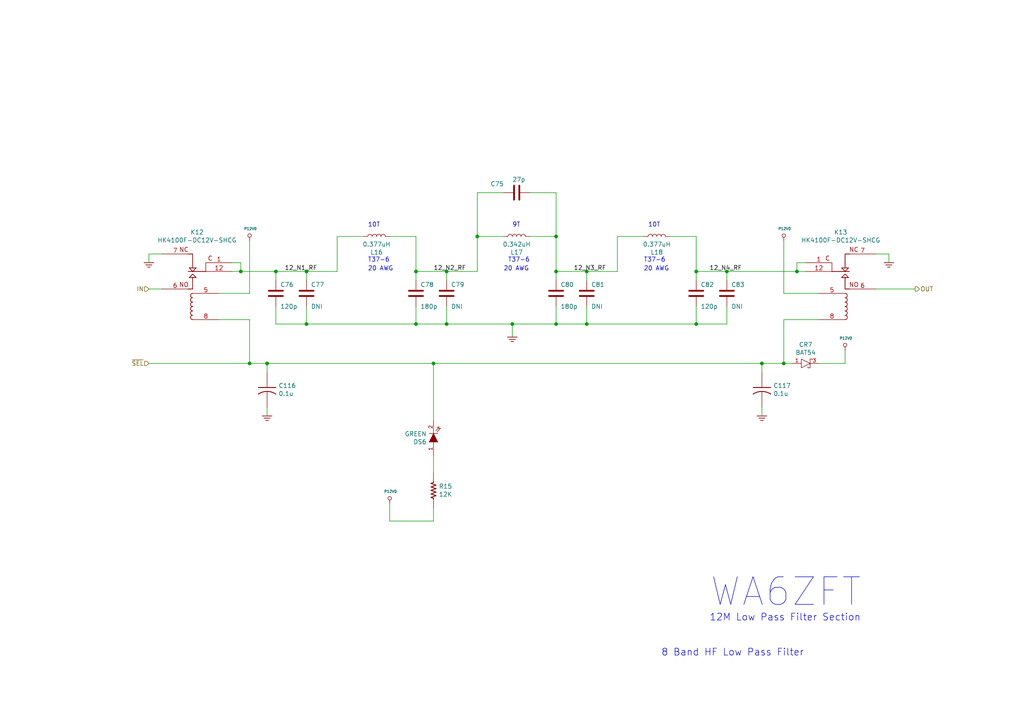
<source format=kicad_sch>
(kicad_sch (version 20211123) (generator eeschema)
  (paper "A4")
  (title_block (rev "X4"))
  (lib_symbols
    (symbol "Device:C" (pin_numbers hide) (pin_names (offset 0.254))
      (property "Reference" "C" (at 0.635 2.54 0))
      (property "Value" "C" (at 0.635 -2.54 0))
      (symbol "C_0_1"
        (polyline (pts (xy -2.032 -0.762) (xy 2.032 -0.762)) (stroke (width 0.508)))
        (polyline (pts (xy -2.032 0.762) (xy 2.032 0.762)) (stroke (width 0.508)))
      )
      (symbol "C_1_1"
        (pin passive line (at 0 3.81 270) (length 2.794) (name "~") (number "1"))
        (pin passive line (at 0 -3.81 90) (length 2.794) (name "~") (number "2"))
      )
    )
    (symbol "Device:L" (pin_numbers hide) (pin_names (offset 1.016) hide)
      (property "Reference" "L" (at -1.27 0 90))
      (property "Value" "L" (at 1.905 0 90))
      (symbol "L_0_1"
        (arc (start 0 -2.54) (mid 0.635 -1.905) (end 0 -1.27))
        (arc (start 0 -1.27) (mid 0.635 -0.635) (end 0 0))
        (arc (start 0 0) (mid 0.635 0.635) (end 0 1.27))
        (arc (start 0 1.27) (mid 0.635 1.905) (end 0 2.54))
      )
      (symbol "L_1_1"
        (pin passive line (at 0 3.81 270) (length 1.27) (name "1") (number "1"))
        (pin passive line (at 0 -3.81 90) (length 1.27) (name "2") (number "2"))
      )
    )
    (symbol "custom:BAT54" (pin_names (offset 1.016) hide)
      (property "Reference" "CR" (at -2.286 1.905 0))
      (property "Value" "BAT54" (at -2.286 -3.429 0))
      (symbol "BAT54_1_0"
        (polyline (pts (xy -1.27 -1.27) (xy 1.27 0)))
        (polyline (pts (xy -1.27 1.27) (xy -1.27 -1.27)))
        (polyline (pts (xy 0.635 -1.016) (xy 0.635 -1.27)))
        (polyline (pts (xy 1.27 -1.27) (xy 0.635 -1.27)))
        (polyline (pts (xy 1.27 0) (xy -1.27 1.27)))
        (polyline (pts (xy 1.27 0) (xy 1.27 -1.27)))
        (polyline (pts (xy 1.27 1.27) (xy 1.27 0)))
        (polyline (pts (xy 1.905 1.27) (xy 1.27 1.27)))
        (polyline (pts (xy 1.905 1.27) (xy 1.905 1.016)))
      )
      (symbol "BAT54_1_1"
        (pin passive line (at -3.81 0 0) (length 2.54) (name "A") (number "1"))
        (pin no_connect line (at -1.27 -5.08 0) (length 5.08) hide (name "") (number "2"))
        (pin passive line (at 3.81 0 180) (length 2.54) (name "C") (number "3"))
      )
    )
    (symbol "custom:C_US" (pin_numbers hide) (pin_names (offset 0.254) hide)
      (property "Reference" "C" (at 1.27 2.54 0))
      (property "Value" "C_US" (at 1.27 -2.54 0))
      (symbol "C_US_0_1"
        (polyline (pts (xy -2.54 0.635) (xy 2.54 0.635) (xy 2.54 0.635)) (stroke (width 0.254)))
        (arc (start 2.54 -1.27) (mid 0 -0.5009) (end -2.54 -1.27) (stroke (width 0.254)))
      )
      (symbol "C_US_1_1"
        (pin passive line (at 0 5.08 270) (length 4.445) (name "~") (number "1"))
        (pin passive line (at 0 -5.08 90) (length 4.445) (name "~") (number "2"))
      )
    )
    (symbol "custom:GND_US" (power) (pin_names (offset 0))
      (symbol "GND_US_0_1"
        (polyline (pts (xy -1.397 0) (xy 1.397 0)) (stroke (width 0.2032)))
        (polyline (pts (xy -0.889 -0.635) (xy 0.889 -0.635)) (stroke (width 0.2032)))
        (polyline (pts (xy -0.381 -1.27) (xy 0.381 -1.27)) (stroke (width 0.2032)))
      )
      (symbol "GND_US_1_1"
        (pin power_in line (at 0 0 90) (length 0) hide (name "GND") (number "1"))
      )
    )
    (symbol "custom:LEDGRN-SAR" (pin_names (offset 1.016) hide)
      (property "Reference" "DS" (at 0 2.54 0))
      (property "Value" "LEDGRN-SAR" (at 0 -2.54 0))
      (symbol "LEDGRN-SAR_0_1"
        (polyline (pts (xy 1.27 1.27) (xy 1.27 -1.27)))
        (polyline (pts (xy -1.27 1.27) (xy 1.27 0) (xy -1.27 -1.27)) (fill (type outline)))
        (polyline (pts (xy 1.651 -1.016) (xy 2.794 -2.032) (xy 2.667 -1.397)))
        (polyline (pts (xy 2.032 -0.635) (xy 3.175 -1.651) (xy 3.048 -1.016)))
      )
      (symbol "LEDGRN-SAR_1_1"
        (pin passive line (at -5.08 0 0) (length 3.81) (name "A") (number "1"))
        (pin passive line (at 5.08 0 180) (length 3.81) (name "K") (number "2"))
      )
    )
    (symbol "custom:P12V0" (power) (pin_names (offset 0))
      (property "Value" "P12V0" (at 0 2.794 0))
      (symbol "P12V0_0_0"
        (pin power_in line (at 0 0 90) (length 0) hide (name "P12V0") (number "1"))
      )
      (symbol "P12V0_0_1"
        (polyline (pts (xy 0 0) (xy 0 1.016) (xy 0 1.016)))
        (circle (center 0 1.524) (radius 0.508))
      )
    )
    (symbol "custom:RELAY_SPDT_HK4100F_SERIES" (pin_names (offset 1.016))
      (property "Reference" "K" (at 0 -17.78 0))
      (property "Value" "RELAY_SPDT_HK4100F_SERIES" (at -1.27 8.89 0))
      (symbol "RELAY_SPDT_HK4100F_SERIES_0_0"
        (text "C" (at -2.54 3.81 0) (effects (font (size 1.27 1.27))))
        (text "NC" (at 5.08 6.35 0) (effects (font (size 1.27 1.27))))
        (text "NO" (at 5.08 -3.81 0) (effects (font (size 1.27 1.27))))
      )
      (symbol "RELAY_SPDT_HK4100F_SERIES_0_1"
        (polyline (pts (xy -1.27 2.54) (xy -1.27 0)))
      )
      (symbol "RELAY_SPDT_HK4100F_SERIES_1_1"
        (polyline (pts (xy -1.27 0) (xy 2.54 0)))
        (polyline (pts (xy -1.27 0) (xy 2.54 0)))
        (polyline (pts (xy 1.524 -1.7526) (xy 3.5306 -1.7526)))
        (polyline (pts (xy 1.524 -1.7526) (xy 3.5306 -1.7526)))
        (polyline (pts (xy 1.524 1.0414) (xy 3.5306 1.0414)))
        (polyline (pts (xy 1.524 1.0414) (xy 3.5306 1.0414)))
        (polyline (pts (xy 2.54 -2.54) (xy 2.54 -2.032)))
        (polyline (pts (xy 2.54 -2.54) (xy 2.54 -2.032)))
        (polyline (pts (xy 2.54 -2.032) (xy 2.54 -1.7526)))
        (polyline (pts (xy 2.54 -2.032) (xy 2.54 -1.7526)))
        (polyline (pts (xy 2.54 -0.762) (xy 1.524 -1.7526)))
        (polyline (pts (xy 2.54 -0.762) (xy 1.524 -1.7526)))
        (polyline (pts (xy 2.54 0) (xy 1.524 1.0414)))
        (polyline (pts (xy 2.54 0) (xy 1.524 1.0414)))
        (polyline (pts (xy 2.54 0) (xy 3.81 0)))
        (polyline (pts (xy 2.54 0) (xy 3.81 0)))
        (polyline (pts (xy 2.54 2.54) (xy 2.54 1.0414)))
        (polyline (pts (xy 2.54 2.54) (xy 2.54 1.0414)))
        (polyline (pts (xy 3.5306 -1.7526) (xy 2.54 -0.762)))
        (polyline (pts (xy 3.5306 -1.7526) (xy 2.54 -0.762)))
        (polyline (pts (xy 3.5306 1.0414) (xy 2.54 0)))
        (polyline (pts (xy 3.5306 1.0414) (xy 2.54 0)))
        (polyline (pts (xy 3.81 -5.08) (xy 2.54 -5.08) (xy 2.54 -2.54)))
        (polyline (pts (xy 3.81 -5.08) (xy 2.54 -5.08) (xy 2.54 -2.54)))
        (polyline (pts (xy 3.81 5.08) (xy 2.54 5.08) (xy 2.54 2.54)))
        (polyline (pts (xy 3.81 5.08) (xy 2.54 5.08) (xy 2.54 2.54)))
        (arc (start 2.54 -13.97) (mid 3.175 -13.335) (end 2.54 -12.7))
        (arc (start 2.54 -13.97) (mid 3.175 -13.335) (end 2.54 -12.7))
        (arc (start 2.54 -12.7) (mid 3.175 -12.065) (end 2.54 -11.43))
        (arc (start 2.54 -12.7) (mid 3.175 -12.065) (end 2.54 -11.43))
        (arc (start 2.54 -11.43) (mid 3.175 -10.795) (end 2.54 -10.16))
        (arc (start 2.54 -11.43) (mid 3.175 -10.795) (end 2.54 -10.16))
        (arc (start 2.54 -10.16) (mid 3.175 -9.525) (end 2.54 -8.89))
        (arc (start 2.54 -10.16) (mid 3.175 -9.525) (end 2.54 -8.89))
        (arc (start 2.54 -8.89) (mid 3.175 -8.255) (end 2.54 -7.62))
        (arc (start 2.54 -8.89) (mid 3.175 -8.255) (end 2.54 -7.62))
        (arc (start 2.54 -7.62) (mid 3.175 -6.985) (end 2.54 -6.35))
        (arc (start 2.54 -7.62) (mid 3.175 -6.985) (end 2.54 -6.35))
        (pin passive line (at -8.89 2.54 0) (length 7.62) (name "~") (number "1"))
        (pin passive line (at -8.89 0 0) (length 7.62) (name "~") (number "12"))
        (pin passive line (at -5.08 -6.35 0) (length 7.62) (name "~") (number "5"))
        (pin passive line (at 11.43 -5.08 180) (length 7.62) (name "~") (number "6"))
        (pin passive line (at 11.43 5.08 180) (length 7.62) (name "~") (number "7"))
        (pin passive line (at -5.08 -13.97 0) (length 7.62) (name "~") (number "8"))
      )
    )
    (symbol "custom:R_US" (pin_numbers hide) (pin_names (offset 1.016) hide)
      (property "Reference" "R" (at 2.032 0 90))
      (property "Value" "R_US" (at -2.032 0 90))
      (symbol "R_US_0_0"
        (polyline (pts (xy 0 -2.54) (xy 0 -2.54) (xy 0 -2.286) (xy -0.762 -2.032) (xy 0.762 -1.524) (xy -0.762 -1.016) (xy 0.762 -0.508) (xy -0.762 0) (xy 0.762 0.508) (xy -0.762 1.016) (xy 0.762 1.524) (xy -0.762 2.032) (xy 0 2.286) (xy 0 2.54) (xy 0 2.54)) (stroke (width 0.254)))
      )
      (symbol "R_US_1_1"
        (pin passive line (at 0 5.08 270) (length 2.54) (name "~") (number "1"))
        (pin passive line (at 0 -5.08 90) (length 2.54) (name "~") (number "2"))
      )
    )
  )
  (junction (at 161.29 78.74))
  (junction (at 120.65 78.74))
  (junction (at 125.73 105.41))
  (junction (at 170.18 78.74))
  (junction (at 80.01 78.74))
  (junction (at 161.29 93.98))
  (junction (at 77.47 105.41))
  (junction (at 170.18 93.98))
  (junction (at 120.65 93.98))
  (junction (at 201.93 78.74))
  (junction (at 69.85 78.74))
  (junction (at 148.59 93.98))
  (junction (at 227.33 105.41))
  (junction (at 72.39 105.41))
  (junction (at 138.43 68.58))
  (junction (at 201.93 93.98))
  (junction (at 129.54 78.74))
  (junction (at 161.29 68.58))
  (junction (at 210.82 78.74))
  (junction (at 220.98 105.41))
  (junction (at 88.9 78.74))
  (junction (at 129.54 93.98))
  (junction (at 231.14 78.74))
  (junction (at 88.9 93.98))
  (wire (pts (xy 220.98 107.95) (xy 220.98 105.41)))
  (wire (pts (xy 210.82 78.74) (xy 231.14 78.74)))
  (wire (pts (xy 179.07 68.58) (xy 179.07 78.74)))
  (wire (pts (xy 220.98 118.11) (xy 220.98 120.65)))
  (wire (pts (xy 237.49 105.41) (xy 245.11 105.41)))
  (wire (pts (xy 72.39 105.41) (xy 43.18 105.41)))
  (wire (pts (xy 120.65 68.58) (xy 120.65 78.74)))
  (wire (pts (xy 80.01 93.98) (xy 88.9 93.98)))
  (wire (pts (xy 43.18 73.66) (xy 43.18 76.2)))
  (wire (pts (xy 105.41 68.58) (xy 97.79 68.58)))
  (wire (pts (xy 125.73 132.08) (xy 125.73 137.16)))
  (wire (pts (xy 161.29 88.9) (xy 161.29 93.98)))
  (wire (pts (xy 97.79 68.58) (xy 97.79 78.74)))
  (wire (pts (xy 257.81 73.66) (xy 257.81 76.2)))
  (wire (pts (xy 72.39 85.09) (xy 72.39 69.85)))
  (wire (pts (xy 69.85 78.74) (xy 80.01 78.74)))
  (wire (pts (xy 148.59 97.79) (xy 148.59 93.98)))
  (wire (pts (xy 161.29 93.98) (xy 170.18 93.98)))
  (wire (pts (xy 63.5 85.09) (xy 72.39 85.09)))
  (wire (pts (xy 161.29 78.74) (xy 161.29 81.28)))
  (wire (pts (xy 67.31 76.2) (xy 69.85 76.2)))
  (wire (pts (xy 77.47 107.95) (xy 77.47 105.41)))
  (wire (pts (xy 67.31 78.74) (xy 69.85 78.74)))
  (wire (pts (xy 138.43 55.88) (xy 138.43 68.58)))
  (wire (pts (xy 88.9 78.74) (xy 97.79 78.74)))
  (wire (pts (xy 129.54 78.74) (xy 138.43 78.74)))
  (wire (pts (xy 129.54 88.9) (xy 129.54 93.98)))
  (wire (pts (xy 148.59 93.98) (xy 161.29 93.98)))
  (wire (pts (xy 88.9 81.28) (xy 88.9 78.74)))
  (wire (pts (xy 254 73.66) (xy 257.81 73.66)))
  (wire (pts (xy 201.93 81.28) (xy 201.93 78.74)))
  (wire (pts (xy 201.93 93.98) (xy 210.82 93.98)))
  (wire (pts (xy 220.98 105.41) (xy 227.33 105.41)))
  (wire (pts (xy 120.65 78.74) (xy 129.54 78.74)))
  (wire (pts (xy 120.65 93.98) (xy 129.54 93.98)))
  (wire (pts (xy 161.29 55.88) (xy 161.29 68.58)))
  (wire (pts (xy 88.9 93.98) (xy 120.65 93.98)))
  (wire (pts (xy 210.82 78.74) (xy 201.93 78.74)))
  (wire (pts (xy 88.9 88.9) (xy 88.9 93.98)))
  (wire (pts (xy 179.07 78.74) (xy 170.18 78.74)))
  (wire (pts (xy 237.49 85.09) (xy 227.33 85.09)))
  (wire (pts (xy 120.65 78.74) (xy 120.65 81.28)))
  (wire (pts (xy 231.14 76.2) (xy 231.14 78.74)))
  (wire (pts (xy 194.31 68.58) (xy 201.93 68.58)))
  (wire (pts (xy 170.18 81.28) (xy 170.18 78.74)))
  (wire (pts (xy 72.39 105.41) (xy 77.47 105.41)))
  (wire (pts (xy 125.73 151.13) (xy 113.03 151.13)))
  (wire (pts (xy 254 83.82) (xy 265.43 83.82)))
  (wire (pts (xy 245.11 105.41) (xy 245.11 101.6)))
  (wire (pts (xy 120.65 88.9) (xy 120.65 93.98)))
  (wire (pts (xy 201.93 88.9) (xy 201.93 93.98)))
  (wire (pts (xy 210.82 88.9) (xy 210.82 93.98)))
  (wire (pts (xy 129.54 81.28) (xy 129.54 78.74)))
  (wire (pts (xy 186.69 68.58) (xy 179.07 68.58)))
  (wire (pts (xy 138.43 68.58) (xy 138.43 78.74)))
  (wire (pts (xy 80.01 81.28) (xy 80.01 78.74)))
  (wire (pts (xy 69.85 76.2) (xy 69.85 78.74)))
  (wire (pts (xy 80.01 88.9) (xy 80.01 93.98)))
  (wire (pts (xy 227.33 105.41) (xy 227.33 92.71)))
  (wire (pts (xy 129.54 93.98) (xy 148.59 93.98)))
  (wire (pts (xy 146.05 55.88) (xy 138.43 55.88)))
  (wire (pts (xy 125.73 147.32) (xy 125.73 151.13)))
  (wire (pts (xy 125.73 105.41) (xy 220.98 105.41)))
  (wire (pts (xy 113.03 68.58) (xy 120.65 68.58)))
  (wire (pts (xy 229.87 105.41) (xy 227.33 105.41)))
  (wire (pts (xy 227.33 92.71) (xy 237.49 92.71)))
  (wire (pts (xy 146.05 68.58) (xy 138.43 68.58)))
  (wire (pts (xy 153.67 55.88) (xy 161.29 55.88)))
  (wire (pts (xy 233.68 76.2) (xy 231.14 76.2)))
  (wire (pts (xy 125.73 121.92) (xy 125.73 105.41)))
  (wire (pts (xy 46.99 83.82) (xy 43.18 83.82)))
  (wire (pts (xy 233.68 78.74) (xy 231.14 78.74)))
  (wire (pts (xy 63.5 92.71) (xy 72.39 92.71)))
  (wire (pts (xy 170.18 93.98) (xy 201.93 93.98)))
  (wire (pts (xy 210.82 81.28) (xy 210.82 78.74)))
  (wire (pts (xy 161.29 68.58) (xy 161.29 78.74)))
  (wire (pts (xy 227.33 85.09) (xy 227.33 69.85)))
  (wire (pts (xy 113.03 151.13) (xy 113.03 146.05)))
  (wire (pts (xy 201.93 78.74) (xy 201.93 68.58)))
  (wire (pts (xy 153.67 68.58) (xy 161.29 68.58)))
  (wire (pts (xy 80.01 78.74) (xy 88.9 78.74)))
  (wire (pts (xy 170.18 88.9) (xy 170.18 93.98)))
  (wire (pts (xy 170.18 78.74) (xy 161.29 78.74)))
  (wire (pts (xy 77.47 118.11) (xy 77.47 120.65)))
  (wire (pts (xy 72.39 92.71) (xy 72.39 105.41)))
  (wire (pts (xy 46.99 73.66) (xy 43.18 73.66)))
  (wire (pts (xy 77.47 105.41) (xy 125.73 105.41)))
  (text "T37-6" (at 106.68 76.2 0) (effects (font (size 1.27 1.27)) (justify left bottom)))
  (text "8 Band HF Low Pass Filter" (at 191.77 190.5 0) (effects (font (size 2.0066 2.0066)) (justify left bottom)))
  (text "T37-6" (at 186.69 76.2 0) (effects (font (size 1.27 1.27)) (justify left bottom)))
  (text "WA6ZFT" (at 205.74 176.53 0) (effects (font (size 8.001 8.001)) (justify left bottom)))
  (text "20 AWG\n" (at 146.05 78.74 0) (effects (font (size 1.27 1.27)) (justify left bottom)))
  (text "10T\n" (at 187.96 66.04 0) (effects (font (size 1.27 1.27)) (justify left bottom)))
  (text "20 AWG\n" (at 106.68 78.74 0) (effects (font (size 1.27 1.27)) (justify left bottom)))
  (text "9T" (at 148.59 66.04 0) (effects (font (size 1.27 1.27)) (justify left bottom)))
  (text "12M Low Pass Filter Section" (at 205.74 180.34 0) (effects (font (size 2.0066 2.0066)) (justify left bottom)))
  (text "T37-6" (at 147.32 76.2 0) (effects (font (size 1.27 1.27)) (justify left bottom)))
  (text "10T" (at 106.68 66.04 0) (effects (font (size 1.27 1.27)) (justify left bottom)))
  (text "20 AWG\n" (at 186.69 78.74 0) (effects (font (size 1.27 1.27)) (justify left bottom)))
  (label "12_N2_RF" (at 125.73 78.74 0))
  (label "12_N1_RF" (at 82.55 78.74 0))
  (label "12_N3_RF" (at 166.37 78.74 0))
  (label "12_N4_RF" (at 205.74 78.74 0))
  (hierarchical_label "~{SEL}" (shape input) (at 43.18 105.41 180))
  (hierarchical_label "IN" (shape input) (at 43.18 83.82 180))
  (hierarchical_label "OUT" (shape output) (at 265.43 83.82 0))
  (symbol (lib_id "Device:L") (at 149.86 68.58 90) (unit 1)
    (property "Reference" "L17" (at 149.86 73.1774 90))
    (property "Value" "0.342uH" (at 149.86 70.866 90))
    (property "Footprint" "mods:TOROID_T50_VERT" (effects hide))
    (property "PartNumber" "800234-506" (effects hide))
  )
  (symbol (lib_id "Device:L") (at 190.5 68.58 90) (unit 1)
    (property "Reference" "L18" (at 190.5 73.1774 90))
    (property "Value" "0.377uH" (at 190.5 70.866 90))
    (property "Footprint" "mods:TOROID_T50_VERT" (effects hide))
    (property "PartNumber" "800234-506" (effects hide))
  )
  (symbol (lib_id "Device:L") (at 109.22 68.58 90) (unit 1)
    (property "Reference" "L16" (at 109.22 73.1774 90))
    (property "Value" "0.377uH" (at 109.22 70.866 90))
    (property "Footprint" "mods:TOROID_T50_VERT" (effects hide))
    (property "PartNumber" "800234-506" (effects hide))
  )
  (symbol (lib_id "custom:GND_US") (at 148.59 97.79 0) (unit 1)
    (property "Reference" "#PWR0156" (effects hide))
    (property "Value" "GND_US" (effects hide))
  )
  (symbol (lib_id "custom:GND_US") (at 43.18 76.2 0) (unit 1)
    (property "Reference" "#PWR0157" (effects hide))
    (property "Value" "GND_US" (effects hide))
  )
  (symbol (lib_id "custom:GND_US") (at 257.81 76.2 0) (unit 1)
    (property "Reference" "#PWR0158" (effects hide))
    (property "Value" "GND_US" (effects hide))
  )
  (symbol (lib_id "custom:P12V0") (at 72.39 69.85 0) (unit 1)
    (property "Reference" "#PWR0159" (effects hide))
    (property "Value" "P12V0" (at 72.6186 66.3448 0) (effects (font (size 0.762 0.762))))
  )
  (symbol (lib_id "custom:P12V0") (at 227.33 69.85 0) (unit 1)
    (property "Reference" "#PWR0160" (effects hide))
    (property "Value" "P12V0" (at 227.5586 66.3448 0) (effects (font (size 0.762 0.762))))
  )
  (symbol (lib_id "custom:BAT54") (at 233.68 105.41 0) (unit 1)
    (property "Reference" "CR7" (at 233.68 99.949 0))
    (property "Value" "BAT54" (at 233.68 102.2604 0))
    (property "Footprint" "mods:SOT23-3-SAR-V2" (effects hide))
    (property "PartNumber" "800127-101" (effects hide))
  )
  (symbol (lib_id "custom:P12V0") (at 245.11 101.6 0) (unit 1)
    (property "Reference" "#PWR0161" (effects hide))
    (property "Value" "P12V0" (at 245.3386 98.0948 0) (effects (font (size 0.762 0.762))))
  )
  (symbol (lib_id "Device:C") (at 80.01 85.09 0) (unit 1)
    (property "Reference" "C76" (at 81.28 82.55 0) (effects (justify left)))
    (property "Value" "120p" (at 81.28 88.9 0) (effects (justify left)))
    (property "Footprint" "mods:CC0805" (effects hide))
    (property "PartNumber" "800232-121" (effects hide))
  )
  (symbol (lib_id "Device:C") (at 149.86 55.88 270) (unit 1)
    (property "Reference" "C75" (at 142.24 53.34 90) (effects (justify left)))
    (property "Value" "27p" (at 148.59 52.07 90) (effects (justify left)))
    (property "Footprint" "mods:CC0805" (effects hide))
    (property "PartNumber" "800232-270" (effects hide))
  )
  (symbol (lib_id "custom:LEDGRN-SAR") (at 125.73 127 90) (unit 1)
    (property "Reference" "DS6" (at 123.7488 128.1684 90) (effects (justify left)))
    (property "Value" "GREEN" (at 123.7488 125.857 90) (effects (justify left)))
    (property "Footprint" "LED0805" (effects hide))
    (property "PartNumber" "800113-102" (effects hide))
  )
  (symbol (lib_id "custom:R_US") (at 125.73 142.24 0) (unit 1)
    (property "Reference" "R15" (at 127.254 141.0716 0) (effects (justify left)))
    (property "Value" "12K" (at 127.254 143.383 0) (effects (justify left)))
    (property "Footprint" "mods:RC0805" (effects hide))
    (property "PartNumber" "800XXX-XXX" (effects hide))
  )
  (symbol (lib_id "custom:P12V0") (at 113.03 146.05 0) (unit 1)
    (property "Reference" "#PWR0162" (effects hide))
    (property "Value" "P12V0" (at 113.2586 142.5448 0) (effects (font (size 0.762 0.762))))
  )
  (symbol (lib_id "custom:RELAY_SPDT_HK4100F_SERIES") (at 58.42 78.74 0) (mirror y) (unit 1)
    (property "Reference" "K12" (at 57.15 67.3608 0))
    (property "Value" "HK4100F-DC12V-SHCG" (at 57.15 69.6722 0))
    (property "Footprint" "mods:RELAY_HK4100" (effects hide))
    (property "PartNumber" "800231-101" (effects hide))
  )
  (symbol (lib_id "custom:RELAY_SPDT_HK4100F_SERIES") (at 242.57 78.74 0) (unit 1)
    (property "Reference" "K13" (at 243.84 67.3608 0))
    (property "Value" "HK4100F-DC12V-SHCG" (at 243.84 69.6722 0))
    (property "Footprint" "mods:RELAY_HK4100" (effects hide))
    (property "PartNumber" "800231-101" (effects hide))
  )
  (symbol (lib_id "Device:C") (at 120.65 85.09 0) (unit 1)
    (property "Reference" "C78" (at 121.92 82.55 0) (effects (justify left)))
    (property "Value" "180p" (at 121.92 88.9 0) (effects (justify left)))
    (property "Footprint" "mods:CC0805" (effects hide))
    (property "PartNumber" "800232-181" (effects hide))
  )
  (symbol (lib_id "Device:C") (at 88.9 85.09 0) (unit 1)
    (property "Reference" "C77" (at 90.17 82.55 0) (effects (justify left)))
    (property "Value" "DNI" (at 90.17 88.9 0) (effects (justify left)))
    (property "Footprint" "mods:CC0805" (effects hide))
    (property "PartNumber" "800XXX-XXX" (effects hide))
  )
  (symbol (lib_id "Device:C") (at 129.54 85.09 0) (unit 1)
    (property "Reference" "C79" (at 130.81 82.55 0) (effects (justify left)))
    (property "Value" "DNI" (at 130.81 88.9 0) (effects (justify left)))
    (property "Footprint" "mods:CC0805" (effects hide))
    (property "PartNumber" "800XXX-XXX" (effects hide))
  )
  (symbol (lib_id "Device:C") (at 170.18 85.09 0) (unit 1)
    (property "Reference" "C81" (at 171.45 82.55 0) (effects (justify left)))
    (property "Value" "DNI" (at 171.45 88.9 0) (effects (justify left)))
    (property "Footprint" "mods:CC0805" (effects hide))
    (property "PartNumber" "800XXX-XXX" (effects hide))
  )
  (symbol (lib_id "Device:C") (at 210.82 85.09 0) (unit 1)
    (property "Reference" "C83" (at 212.09 82.55 0) (effects (justify left)))
    (property "Value" "DNI" (at 212.09 88.9 0) (effects (justify left)))
    (property "Footprint" "mods:CC0805" (effects hide))
    (property "PartNumber" "800XXX-XXX" (effects hide))
  )
  (symbol (lib_id "Device:C") (at 201.93 85.09 0) (unit 1)
    (property "Reference" "C82" (at 203.2 82.55 0) (effects (justify left)))
    (property "Value" "120p" (at 203.2 88.9 0) (effects (justify left)))
    (property "Footprint" "mods:CC0805" (effects hide))
    (property "PartNumber" "800232-121" (effects hide))
  )
  (symbol (lib_id "Device:C") (at 161.29 85.09 0) (unit 1)
    (property "Reference" "C80" (at 162.56 82.55 0) (effects (justify left)))
    (property "Value" "180p" (at 162.56 88.9 0) (effects (justify left)))
    (property "Footprint" "mods:CC0805" (effects hide))
    (property "PartNumber" "800232-181" (effects hide))
  )
  (symbol (lib_id "custom:C_US") (at 77.47 113.03 0) (unit 1)
    (property "Reference" "C116" (at 80.772 111.8616 0) (effects (justify left)))
    (property "Value" "0.1u" (at 80.772 114.173 0) (effects (justify left)))
    (property "Footprint" "mods:CC0805" (effects hide))
    (property "PartNumber" "800063-XXX" (effects hide))
  )
  (symbol (lib_id "custom:GND_US") (at 77.47 120.65 0) (unit 1)
    (property "Reference" "#PWR0188" (effects hide))
    (property "Value" "GND_US" (effects hide))
  )
  (symbol (lib_id "custom:C_US") (at 220.98 113.03 0) (unit 1)
    (property "Reference" "C117" (at 224.282 111.8616 0) (effects (justify left)))
    (property "Value" "0.1u" (at 224.282 114.173 0) (effects (justify left)))
    (property "Footprint" "mods:CC0805" (effects hide))
    (property "PartNumber" "800063-XXX" (effects hide))
  )
  (symbol (lib_id "custom:GND_US") (at 220.98 120.65 0) (unit 1)
    (property "Reference" "#PWR0189" (effects hide))
    (property "Value" "GND_US" (effects hide))
  )
)
</source>
